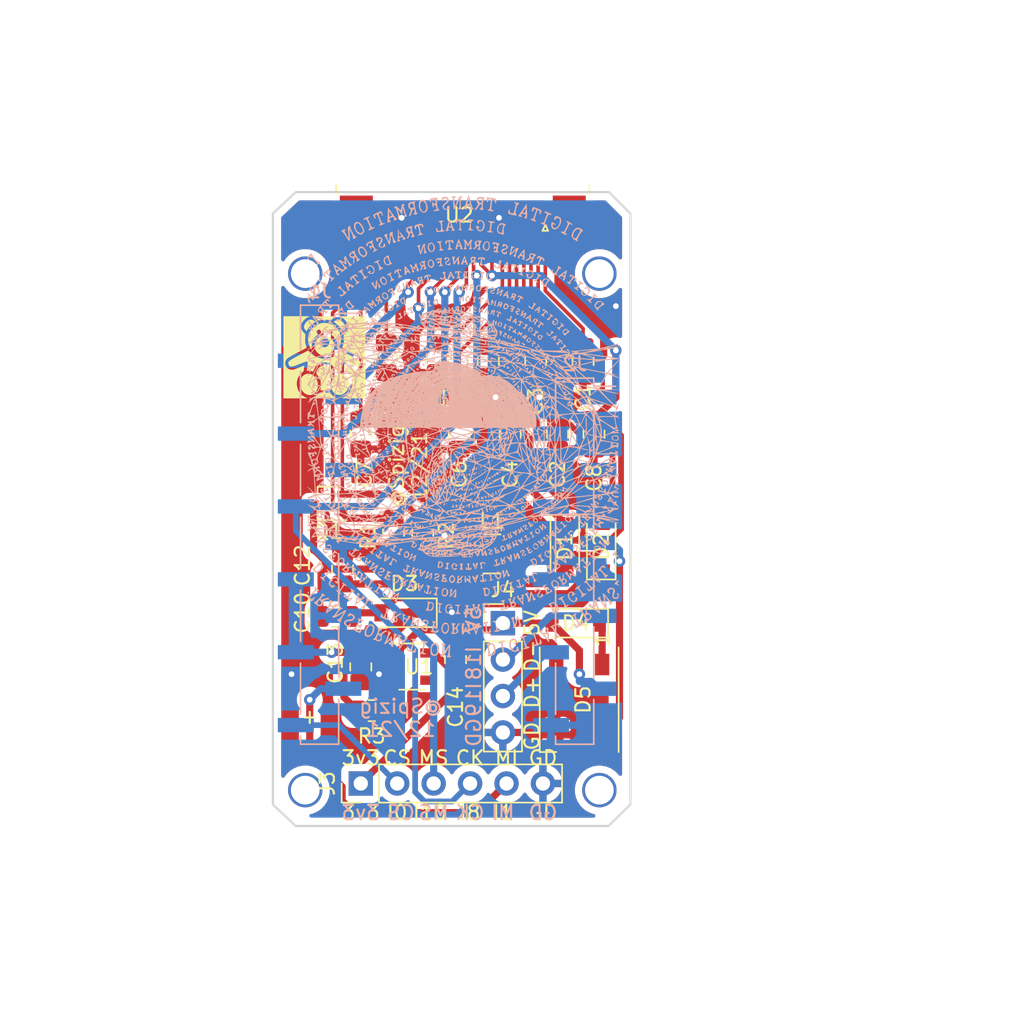
<source format=kicad_pcb>
(kicad_pcb (version 20171130) (host pcbnew "(5.1.10)-1")
  (layers (0 F.Cu signal) (31 B.Cu signal) (34 B.Paste user) (35 F.Paste user) (36 B.SilkS user) (37 F.SilkS user) (38 B.Mask user) (39 F.Mask user) (44 Edge.Cuts user))
  (net 0 "")
  (net 1 +5V)
  (net 2 GND)
  (net 3 "Net-(C7-Pad2)")
  (net 4 +3.3VP)
  (net 5 "Net-(C1-Pad2)")
  (net 6 "Net-(C2-Pad2)")
  (net 7 "Net-(C3-Pad2)")
  (net 8 "Net-(C4-Pad2)")
  (net 9 "Net-(C6-Pad2)")
  (net 10 "Net-(C9-Pad2)")
  (net 11 "Net-(C10-Pad2)")
  (net 12 "Net-(C11-Pad2)")
  (net 13 "Net-(Q1-Pad2)")
  (net 14 "Net-(Q1-Pad1)")
  (net 15 "Net-(C5-Pad2)")
  (net 16 "Net-(C10-Pad1)")
  (net 17 /EPD_MOSI)
  (net 18 /EPD_RST)
  (net 19 /EPD_DC)
  (net 20 /EPD_CS)
  (net 21 /EPD_CLK)
  (net 22 /EPD_BUSY)
  (net 23 /G0)
  (net 24 /G1)
  (net 25 +3.3VA)
  (net 26 /D+)
  (net 27 /D-)
  (net 28 /G9)
  (net 29 "Net-(R3-Pad2)")
  (net 30 "Net-(D4-Pad1)")
  (module Digital:Trans (layer B.Cu) (at 126.492 57.404 270)
    (fp_text reference G*** hide)
    (fp_text value LOGO hide)
  )
  (module Symbol:baerklein (layer F.Cu) (at 116.84 52.578)
    (fp_text reference G*** hide)
    (fp_text value LOGO hide)
  )
  (module LED_SMD:LED_WS2812B_PLCC4_5.0x5.0mm_P3.2mm (layer F.Cu) (at 134.603999 76.454 270)
    (fp_text reference D5 (at 0 -0.270001 90) (layer F.SilkS))
    (fp_text value WS2812B)
    (fp_text user 1 (at -4.15 -1.6 90) (layer F.SilkS))
    (pad 1 smd rect (at -2.45 -1.6 270) (size 1.5 1) (layers F.Cu F.Paste F.Mask) (net 30 "Net-(D4-Pad1)"))
    (pad 2 smd rect (at -2.45 1.6 270) (size 1.5 1) (layers F.Cu F.Paste F.Mask))
    (pad 4 smd rect (at 2.45 -1.6 270) (size 1.5 1) (layers F.Cu F.Paste F.Mask) (net 28 /G9))
    (pad 3 smd rect (at 2.45 1.6 270) (size 1.5 1) (layers F.Cu F.Paste F.Mask) (net 2 GND))
  )
  (module Diode_SMD:D_SOD-123 (layer F.Cu) (at 134.366 71.12 180)
    (fp_text reference D4 (at 0 0) (layer F.SilkS))
    (fp_text value MBR0530)
    (pad 2 smd rect (at 1.65 0 180) (size 0.9 1.2) (layers F.Cu F.Paste F.Mask) (net 1 +5V))
    (pad 1 smd rect (at -1.65 0 180) (size 0.9 1.2) (layers F.Cu F.Paste F.Mask) (net 30 "Net-(D4-Pad1)"))
  )
  (module Connector_PinHeader_2.54mm:PinHeader_1x04_P2.54mm_Vertical (layer F.Cu) (at 129.286 71.12)
    (fp_text reference J4 (at 0 -2.33) (layer F.SilkS))
    (fp_text value Conn_01x04_Male)
    (pad 4 thru_hole oval (at 0 7.62) (size 1.7 1.7) (drill 1) (layers *.Cu *.Mask) (net 2 GND))
    (pad 3 thru_hole oval (at 0 5.08) (size 1.7 1.7) (drill 1) (layers *.Cu *.Mask) (net 26 /D+))
    (pad 2 thru_hole oval (at 0 2.54) (size 1.7 1.7) (drill 1) (layers *.Cu *.Mask) (net 27 /D-))
    (pad 1 thru_hole rect (at 0 0) (size 1.7 1.7) (drill 1) (layers *.Cu *.Mask) (net 1 +5V))
  )
  (module Package_TO_SOT_SMD:SOT-23-5 (layer F.Cu) (at 122.956 74.148)
    (fp_text reference U1 (at 0.488 0.02) (layer F.SilkS))
    (fp_text value RT9013)
    (pad 5 smd rect (at 1.1 -0.95) (size 1.06 0.65) (layers F.Cu F.Paste F.Mask) (net 25 +3.3VA))
    (pad 4 smd rect (at 1.1 0.95) (size 1.06 0.65) (layers F.Cu F.Paste F.Mask))
    (pad 3 smd rect (at -1.1 0.95) (size 1.06 0.65) (layers F.Cu F.Paste F.Mask) (net 29 "Net-(R3-Pad2)"))
    (pad 2 smd rect (at -1.1 0) (size 1.06 0.65) (layers F.Cu F.Paste F.Mask) (net 2 GND))
    (pad 1 smd rect (at -1.1 -0.95) (size 1.06 0.65) (layers F.Cu F.Paste F.Mask) (net 1 +5V))
  )
  (module Resistor_SMD:R_0805_2012Metric_Pad1.20x1.40mm_HandSolder (layer F.Cu) (at 120.142 77.216)
    (fp_text reference R3 (at 0 1.778) (layer F.SilkS))
    (fp_text value 10K)
    (pad 2 smd roundrect (at 1 0) (size 1.2 1.4) (layers F.Cu F.Paste F.Mask) (roundrect_rratio 0.208333) (net 29 "Net-(R3-Pad2)"))
    (pad 1 smd roundrect (at -1 0) (size 1.2 1.4) (layers F.Cu F.Paste F.Mask) (roundrect_rratio 0.208333) (net 1 +5V))
  )
  (module Capacitor_SMD:C_0805_2012Metric_Pad1.18x1.45mm_HandSolder (layer F.Cu) (at 125.984 73.66 90)
    (fp_text reference C14 (at -3.302 0 90) (layer F.SilkS))
    (fp_text value 100n)
    (pad 2 smd roundrect (at 1.0375 0 90) (size 1.175 1.45) (layers F.Cu F.Paste F.Mask) (roundrect_rratio 0.212766) (net 2 GND))
    (pad 1 smd roundrect (at -1.0375 0 90) (size 1.175 1.45) (layers F.Cu F.Paste F.Mask) (roundrect_rratio 0.212766) (net 25 +3.3VA))
  )
  (module Capacitor_SMD:C_0805_2012Metric_Pad1.18x1.45mm_HandSolder (layer F.Cu) (at 119.38 74.168 270)
    (fp_text reference C13 (at -0.254 1.778 90) (layer F.SilkS))
    (fp_text value 4.7uF50V)
    (pad 2 smd roundrect (at 1.0375 0 270) (size 1.175 1.45) (layers F.Cu F.Paste F.Mask) (roundrect_rratio 0.212766) (net 2 GND))
    (pad 1 smd roundrect (at -1.0375 0 270) (size 1.175 1.45) (layers F.Cu F.Paste F.Mask) (roundrect_rratio 0.212766) (net 1 +5V))
  )
  (module Connector_PinHeader_2.54mm:PinHeader_1x06_P2.54mm_Vertical (layer F.Cu) (at 119.38 82.296 90)
    (fp_text reference J3 (at 0 -2.33 270) (layer F.SilkS))
    (fp_text value Conn_01x06_Male)
    (pad 6 thru_hole oval (at 0 12.7 90) (size 1.7 1.7) (drill 1) (layers *.Cu *.Mask) (net 2 GND))
    (pad 5 thru_hole oval (at 0 10.16 90) (size 1.7 1.7) (drill 1) (layers *.Cu *.Mask) (net 24 /G1))
    (pad 4 thru_hole oval (at 0 7.62 90) (size 1.7 1.7) (drill 1) (layers *.Cu *.Mask) (net 21 /EPD_CLK))
    (pad 3 thru_hole oval (at 0 5.08 90) (size 1.7 1.7) (drill 1) (layers *.Cu *.Mask) (net 17 /EPD_MOSI))
    (pad 2 thru_hole oval (at 0 2.54 90) (size 1.7 1.7) (drill 1) (layers *.Cu *.Mask) (net 23 /G0))
    (pad 1 thru_hole rect (at 0 0 90) (size 1.7 1.7) (drill 1) (layers *.Cu *.Mask) (net 25 +3.3VA))
  )
  (module Connector_PinHeader_2.54mm:PinHeader_1x10_P2.54mm_Vertical_SMD_Pin1Left (layer B.Cu) (at 134.29 66.802 180)
    (fp_text reference J2 (at 0 13.76) (layer B.SilkS) (effects (justify mirror)))
    (fp_text value Conn_01x10_Male)
    (pad 10 smd rect (at 1.655 -11.43 180) (size 2.51 1) (layers B.Cu B.Paste B.Mask) (net 2 GND))
    (pad 8 smd rect (at 1.655 -6.35 180) (size 2.51 1) (layers B.Cu B.Paste B.Mask) (net 26 /D+))
    (pad 6 smd rect (at 1.655 -1.27 180) (size 2.51 1) (layers B.Cu B.Paste B.Mask) (net 2 GND))
    (pad 4 smd rect (at 1.655 3.81 180) (size 2.51 1) (layers B.Cu B.Paste B.Mask))
    (pad 2 smd rect (at 1.655 8.89 180) (size 2.51 1) (layers B.Cu B.Paste B.Mask))
    (pad 9 smd rect (at -1.655 -8.89 180) (size 2.51 1) (layers B.Cu B.Paste B.Mask) (net 1 +5V))
    (pad 7 smd rect (at -1.655 -3.81 180) (size 2.51 1) (layers B.Cu B.Paste B.Mask) (net 27 /D-))
    (pad 5 smd rect (at -1.655 1.27 180) (size 2.51 1) (layers B.Cu B.Paste B.Mask) (net 28 /G9))
    (pad 3 smd rect (at -1.655 6.35 180) (size 2.51 1) (layers B.Cu B.Paste B.Mask))
    (pad 1 smd rect (at -1.655 11.43 180) (size 2.51 1) (layers B.Cu B.Paste B.Mask) (net 4 +3.3VP))
  )
  (module Connector_PinHeader_2.54mm:PinHeader_1x12_P2.54mm_Vertical_SMD_Pin1Left (layer B.Cu) (at 116.51 64.258 180)
    (fp_text reference J1 (at 0 16.3) (layer B.SilkS) (effects (justify mirror)))
    (fp_text value Conn_01x12_Male)
    (pad 12 smd rect (at 1.655 -13.97 180) (size 2.51 1) (layers B.Cu B.Paste B.Mask) (net 23 /G0))
    (pad 10 smd rect (at 1.655 -8.89 180) (size 2.51 1) (layers B.Cu B.Paste B.Mask) (net 1 +5V))
    (pad 8 smd rect (at 1.655 -3.81 180) (size 2.51 1) (layers B.Cu B.Paste B.Mask) (net 1 +5V))
    (pad 6 smd rect (at 1.655 1.27 180) (size 2.51 1) (layers B.Cu B.Paste B.Mask) (net 21 /EPD_CLK))
    (pad 4 smd rect (at 1.655 6.35 180) (size 2.51 1) (layers B.Cu B.Paste B.Mask) (net 19 /EPD_DC))
    (pad 2 smd rect (at 1.655 11.43 180) (size 2.51 1) (layers B.Cu B.Paste B.Mask) (net 22 /EPD_BUSY))
    (pad 11 smd rect (at -1.655 -11.43 180) (size 2.51 1) (layers B.Cu B.Paste B.Mask) (net 24 /G1))
    (pad 9 smd rect (at -1.655 -6.35 180) (size 2.51 1) (layers B.Cu B.Paste B.Mask) (net 2 GND))
    (pad 7 smd rect (at -1.655 -1.27 180) (size 2.51 1) (layers B.Cu B.Paste B.Mask) (net 17 /EPD_MOSI))
    (pad 5 smd rect (at -1.655 3.81 180) (size 2.51 1) (layers B.Cu B.Paste B.Mask) (net 20 /EPD_CS))
    (pad 3 smd rect (at -1.655 8.89 180) (size 2.51 1) (layers B.Cu B.Paste B.Mask) (net 18 /EPD_RST))
    (pad 1 smd rect (at -1.655 13.97 180) (size 2.51 1) (layers B.Cu B.Paste B.Mask) (net 2 GND))
  )
  (module Connector_FFC-FPC:TE_2-1734839-4_1x24-1MP_P0.5mm_Horizontal (layer F.Cu) (at 126.492 43.22 180)
    (fp_text reference U2 (at 0.254 0.548) (layer F.SilkS))
    (fp_text value FPCConn)
    (pad MP smd rect (at 7.42 0.35 180) (size 2.3 3.1) (layers F.Cu F.Paste F.Mask) (net 2 GND))
    (pad MP smd rect (at -7.42 0.35 180) (size 2.3 3.1) (layers F.Cu F.Paste F.Mask) (net 2 GND))
    (pad 24 smd rect (at 5.75 -1.35 180) (size 0.3 1.1) (layers F.Cu F.Paste F.Mask))
    (pad 23 smd rect (at 5.25 -1.35 180) (size 0.3 1.1) (layers F.Cu F.Paste F.Mask) (net 14 "Net-(Q1-Pad1)"))
    (pad 22 smd rect (at 4.75 -1.35 180) (size 0.3 1.1) (layers F.Cu F.Paste F.Mask) (net 13 "Net-(Q1-Pad2)"))
    (pad 21 smd rect (at 4.25 -1.35 180) (size 0.3 1.1) (layers F.Cu F.Paste F.Mask) (net 3 "Net-(C7-Pad2)"))
    (pad 20 smd rect (at 3.75 -1.35 180) (size 0.3 1.1) (layers F.Cu F.Paste F.Mask) (net 10 "Net-(C9-Pad2)"))
    (pad 19 smd rect (at 3.25 -1.35 180) (size 0.3 1.1) (layers F.Cu F.Paste F.Mask))
    (pad 18 smd rect (at 2.75 -1.35 180) (size 0.3 1.1) (layers F.Cu F.Paste F.Mask))
    (pad 17 smd rect (at 2.25 -1.35 180) (size 0.3 1.1) (layers F.Cu F.Paste F.Mask) (net 2 GND))
    (pad 16 smd rect (at 1.75 -1.35 180) (size 0.3 1.1) (layers F.Cu F.Paste F.Mask) (net 22 /EPD_BUSY))
    (pad 15 smd rect (at 1.25 -1.35 180) (size 0.3 1.1) (layers F.Cu F.Paste F.Mask) (net 18 /EPD_RST))
    (pad 14 smd rect (at 0.75 -1.35 180) (size 0.3 1.1) (layers F.Cu F.Paste F.Mask) (net 19 /EPD_DC))
    (pad 13 smd rect (at 0.25 -1.35 180) (size 0.3 1.1) (layers F.Cu F.Paste F.Mask) (net 20 /EPD_CS))
    (pad 12 smd rect (at -0.25 -1.35 180) (size 0.3 1.1) (layers F.Cu F.Paste F.Mask) (net 21 /EPD_CLK))
    (pad 11 smd rect (at -0.75 -1.35 180) (size 0.3 1.1) (layers F.Cu F.Paste F.Mask) (net 17 /EPD_MOSI))
    (pad 10 smd rect (at -1.25 -1.35 180) (size 0.3 1.1) (layers F.Cu F.Paste F.Mask) (net 4 +3.3VP))
    (pad 9 smd rect (at -1.75 -1.35 180) (size 0.3 1.1) (layers F.Cu F.Paste F.Mask) (net 4 +3.3VP))
    (pad 8 smd rect (at -2.25 -1.35 180) (size 0.3 1.1) (layers F.Cu F.Paste F.Mask) (net 2 GND))
    (pad 7 smd rect (at -2.75 -1.35 180) (size 0.3 1.1) (layers F.Cu F.Paste F.Mask) (net 12 "Net-(C11-Pad2)"))
    (pad 6 smd rect (at -3.25 -1.35 180) (size 0.3 1.1) (layers F.Cu F.Paste F.Mask) (net 9 "Net-(C6-Pad2)"))
    (pad 5 smd rect (at -3.75 -1.35 180) (size 0.3 1.1) (layers F.Cu F.Paste F.Mask) (net 15 "Net-(C5-Pad2)"))
    (pad 4 smd rect (at -4.25 -1.35 180) (size 0.3 1.1) (layers F.Cu F.Paste F.Mask) (net 8 "Net-(C4-Pad2)"))
    (pad 3 smd rect (at -4.75 -1.35 180) (size 0.3 1.1) (layers F.Cu F.Paste F.Mask) (net 7 "Net-(C3-Pad2)"))
    (pad 2 smd rect (at -5.25 -1.35 180) (size 0.3 1.1) (layers F.Cu F.Paste F.Mask) (net 6 "Net-(C2-Pad2)"))
    (pad 1 smd rect (at -5.75 -1.35 180) (size 0.3 1.1) (layers F.Cu F.Paste F.Mask) (net 5 "Net-(C1-Pad2)"))
  )
  (module Inductor_SMD:L_1210_3225Metric (layer F.Cu) (at 128.524 66.294)
    (fp_text reference L1 (at 0 -2.28) (layer F.SilkS))
    (fp_text value 68uH1A)
    (pad 2 smd roundrect (at 1.4 0) (size 1.25 2.65) (layers F.Cu F.Paste F.Mask) (roundrect_rratio 0.2) (net 4 +3.3VP))
    (pad 1 smd roundrect (at -1.4 0) (size 1.25 2.65) (layers F.Cu F.Paste F.Mask) (roundrect_rratio 0.2) (net 16 "Net-(C10-Pad1)"))
  )
  (module Package_TO_SOT_SMD:SOT-323_SC-70 (layer F.Cu) (at 117.094 62.778 180)
    (fp_text reference Q1 (at -0.05 -1.95) (layer F.SilkS))
    (fp_text value Si1308)
    (pad 3 smd rect (at 1 0 90) (size 0.45 0.7) (layers F.Cu F.Paste F.Mask) (net 16 "Net-(C10-Pad1)"))
    (pad 2 smd rect (at -1 0.65 90) (size 0.45 0.7) (layers F.Cu F.Paste F.Mask) (net 13 "Net-(Q1-Pad2)"))
    (pad 1 smd rect (at -1 -0.65 90) (size 0.45 0.7) (layers F.Cu F.Paste F.Mask) (net 14 "Net-(Q1-Pad1)"))
  )
  (module Resistor_SMD:R_0805_2012Metric_Pad1.20x1.40mm_HandSolder (layer F.Cu) (at 123.698 64.81 270)
    (fp_text reference R2 (at 0.214 -1.65 90) (layer F.SilkS))
    (fp_text value 0.47R)
    (pad 2 smd roundrect (at 1 0 270) (size 1.2 1.4) (layers F.Cu F.Paste F.Mask) (roundrect_rratio 0.2083325) (net 2 GND))
    (pad 1 smd roundrect (at -1 0 270) (size 1.2 1.4) (layers F.Cu F.Paste F.Mask) (roundrect_rratio 0.2083325) (net 13 "Net-(Q1-Pad2)"))
  )
  (module Resistor_SMD:R_0805_2012Metric_Pad1.20x1.40mm_HandSolder (layer F.Cu) (at 121.666 64.81 270)
    (fp_text reference R1 (at 0.214 1.778 90) (layer F.SilkS))
    (fp_text value 10K)
    (pad 2 smd roundrect (at 1 0 270) (size 1.2 1.4) (layers F.Cu F.Paste F.Mask) (roundrect_rratio 0.2083325) (net 2 GND))
    (pad 1 smd roundrect (at -1 0 270) (size 1.2 1.4) (layers F.Cu F.Paste F.Mask) (roundrect_rratio 0.2083325) (net 14 "Net-(Q1-Pad1)"))
  )
  (module Diode_SMD:D_SOD-123 (layer F.Cu) (at 133.604 65.826 270)
    (fp_text reference D1 (at -0.04 0 90) (layer F.SilkS))
    (fp_text value MBR0530)
    (pad 2 smd rect (at 1.65 0 270) (size 0.9 1.2) (layers F.Cu F.Paste F.Mask) (net 16 "Net-(C10-Pad1)"))
    (pad 1 smd rect (at -1.65 0 270) (size 0.9 1.2) (layers F.Cu F.Paste F.Mask) (net 8 "Net-(C4-Pad2)"))
  )
  (module Diode_SMD:D_SOD-123 (layer F.Cu) (at 136.144 65.826 90)
    (fp_text reference D2 (at 0.04 0 90) (layer F.SilkS))
    (fp_text value MBR0530)
    (pad 2 smd rect (at 1.65 0 90) (size 0.9 1.2) (layers F.Cu F.Paste F.Mask) (net 6 "Net-(C2-Pad2)"))
    (pad 1 smd rect (at -1.65 0 90) (size 0.9 1.2) (layers F.Cu F.Paste F.Mask) (net 11 "Net-(C10-Pad2)"))
  )
  (module Diode_SMD:D_SOD-123 (layer F.Cu) (at 122.428 70.398 180)
    (fp_text reference D3 (at 0 2.032) (layer F.SilkS))
    (fp_text value MBR0530)
    (pad 2 smd rect (at 1.65 0 180) (size 0.9 1.2) (layers F.Cu F.Paste F.Mask) (net 11 "Net-(C10-Pad2)"))
    (pad 1 smd rect (at -1.65 0 180) (size 0.9 1.2) (layers F.Cu F.Paste F.Mask) (net 2 GND))
  )
  (module Capacitor_SMD:C_0805_2012Metric_Pad1.18x1.45mm_HandSolder (layer F.Cu) (at 118.11 67.35 270)
    (fp_text reference C12 (at -0.254 2.794 90) (layer F.SilkS))
    (fp_text value 4.7uF50V)
    (pad 2 smd roundrect (at 1.0375 0 270) (size 1.175 1.45) (layers F.Cu F.Paste F.Mask) (roundrect_rratio 0.2127659574468085) (net 4 +3.3VP))
    (pad 1 smd roundrect (at -1.0375 0 270) (size 1.175 1.45) (layers F.Cu F.Paste F.Mask) (roundrect_rratio 0.2127659574468085) (net 2 GND))
  )
  (module Capacitor_SMD:C_0805_2012Metric_Pad1.18x1.45mm_HandSolder (layer F.Cu) (at 121.158 52.618 90)
    (fp_text reference C9 (at -3.048 0 90) (layer F.SilkS))
    (fp_text value 105)
    (pad 2 smd roundrect (at 1.0375 0 90) (size 1.175 1.45) (layers F.Cu F.Paste F.Mask) (roundrect_rratio 0.2127659574468085) (net 10 "Net-(C9-Pad2)"))
    (pad 1 smd roundrect (at -1.0375 0 90) (size 1.175 1.45) (layers F.Cu F.Paste F.Mask) (roundrect_rratio 0.2127659574468085) (net 2 GND))
  )
  (module Capacitor_SMD:C_0805_2012Metric_Pad1.18x1.45mm_HandSolder (layer F.Cu) (at 126.238 57.952 90)
    (fp_text reference C6 (at -2.794 0 90) (layer F.SilkS))
    (fp_text value 105)
    (pad 2 smd roundrect (at 1.0375 0 90) (size 1.175 1.45) (layers F.Cu F.Paste F.Mask) (roundrect_rratio 0.2127659574468085) (net 9 "Net-(C6-Pad2)"))
    (pad 1 smd roundrect (at -1.0375 0 90) (size 1.175 1.45) (layers F.Cu F.Paste F.Mask) (roundrect_rratio 0.2127659574468085) (net 2 GND))
  )
  (module Capacitor_SMD:C_0805_2012Metric_Pad1.18x1.45mm_HandSolder (layer F.Cu) (at 129.794 57.952 90)
    (fp_text reference C4 (at -2.794 0 90) (layer F.SilkS))
    (fp_text value 105)
    (pad 2 smd roundrect (at 1.0375 0 90) (size 1.175 1.45) (layers F.Cu F.Paste F.Mask) (roundrect_rratio 0.2127659574468085) (net 8 "Net-(C4-Pad2)"))
    (pad 1 smd roundrect (at -1.0375 0 90) (size 1.175 1.45) (layers F.Cu F.Paste F.Mask) (roundrect_rratio 0.2127659574468085) (net 2 GND))
  )
  (module Capacitor_SMD:C_0805_2012Metric_Pad1.18x1.45mm_HandSolder (layer F.Cu) (at 133.096 57.952 90)
    (fp_text reference C2 (at -2.794 0 90) (layer F.SilkS))
    (fp_text value 105)
    (pad 2 smd roundrect (at 1.0375 0 90) (size 1.175 1.45) (layers F.Cu F.Paste F.Mask) (roundrect_rratio 0.2127659574468085) (net 6 "Net-(C2-Pad2)"))
    (pad 1 smd roundrect (at -1.0375 0 90) (size 1.175 1.45) (layers F.Cu F.Paste F.Mask) (roundrect_rratio 0.2127659574468085) (net 2 GND))
  )
  (module Capacitor_SMD:C_0805_2012Metric_Pad1.18x1.45mm_HandSolder (layer F.Cu) (at 117.602 70.652)
    (fp_text reference C10 (at -2.286 -0.254 -90) (layer F.SilkS))
    (fp_text value 4.7uF50V)
    (pad 2 smd roundrect (at 1.0375 0) (size 1.175 1.45) (layers F.Cu F.Paste F.Mask) (roundrect_rratio 0.2127659574468085) (net 11 "Net-(C10-Pad2)"))
    (pad 1 smd roundrect (at -1.0375 0) (size 1.175 1.45) (layers F.Cu F.Paste F.Mask) (roundrect_rratio 0.2127659574468085) (net 16 "Net-(C10-Pad1)"))
  )
  (module Capacitor_SMD:C_0805_2012Metric_Pad1.18x1.45mm_HandSolder (layer F.Cu) (at 119.38 57.952 90)
    (fp_text reference C7 (at -2.794 0.254 90) (layer F.SilkS))
    (fp_text value 105)
    (pad 2 smd roundrect (at 1.0375 0 90) (size 1.175 1.45) (layers F.Cu F.Paste F.Mask) (roundrect_rratio 0.2127659574468085) (net 3 "Net-(C7-Pad2)"))
    (pad 1 smd roundrect (at -1.0375 0 90) (size 1.175 1.45) (layers F.Cu F.Paste F.Mask) (roundrect_rratio 0.2127659574468085) (net 2 GND))
  )
  (module Capacitor_SMD:C_0805_2012Metric_Pad1.18x1.45mm_HandSolder (layer F.Cu) (at 135.636 57.952 90)
    (fp_text reference C8 (at -3.048 0 90) (layer F.SilkS))
    (fp_text value 104)
    (pad 2 smd roundrect (at 1.0375 0 90) (size 1.175 1.45) (layers F.Cu F.Paste F.Mask) (roundrect_rratio 0.2127659574468085) (net 4 +3.3VP))
    (pad 1 smd roundrect (at -1.0375 0 90) (size 1.175 1.45) (layers F.Cu F.Paste F.Mask) (roundrect_rratio 0.2127659574468085) (net 2 GND))
  )
  (module Capacitor_SMD:C_0805_2012Metric_Pad1.18x1.45mm_HandSolder (layer F.Cu) (at 124.714 52.618 90)
    (fp_text reference C11 (at -3.302 0 90) (layer F.SilkS))
    (fp_text value 105)
    (pad 2 smd roundrect (at 1.0375 0 90) (size 1.175 1.45) (layers F.Cu F.Paste F.Mask) (roundrect_rratio 0.2127659574468085) (net 12 "Net-(C11-Pad2)"))
    (pad 1 smd roundrect (at -1.0375 0 90) (size 1.175 1.45) (layers F.Cu F.Paste F.Mask) (roundrect_rratio 0.2127659574468085) (net 2 GND))
  )
  (module Capacitor_SMD:C_0805_2012Metric_Pad1.18x1.45mm_HandSolder (layer F.Cu) (at 128.27 52.872 90)
    (fp_text reference C5 (at -3.048 0 90) (layer F.SilkS))
    (fp_text value 105)
    (pad 2 smd roundrect (at 1.0375 0 90) (size 1.175 1.45) (layers F.Cu F.Paste F.Mask) (roundrect_rratio 0.2127659574468085) (net 15 "Net-(C5-Pad2)"))
    (pad 1 smd roundrect (at -1.0375 0 90) (size 1.175 1.45) (layers F.Cu F.Paste F.Mask) (roundrect_rratio 0.2127659574468085) (net 2 GND))
  )
  (module Capacitor_SMD:C_0805_2012Metric_Pad1.18x1.45mm_HandSolder (layer F.Cu) (at 131.572 52.872 90)
    (fp_text reference C3 (at -2.794 0 90) (layer F.SilkS))
    (fp_text value 105)
    (pad 2 smd roundrect (at 1.0375 0 90) (size 1.175 1.45) (layers F.Cu F.Paste F.Mask) (roundrect_rratio 0.2127659574468085) (net 7 "Net-(C3-Pad2)"))
    (pad 1 smd roundrect (at -1.0375 0 90) (size 1.175 1.45) (layers F.Cu F.Paste F.Mask) (roundrect_rratio 0.2127659574468085) (net 2 GND))
  )
  (module Capacitor_SMD:C_0805_2012Metric_Pad1.18x1.45mm_HandSolder (layer F.Cu) (at 134.874 52.872 90)
    (fp_text reference C1 (at -2.5 0 90) (layer F.SilkS))
    (fp_text value 105)
    (pad 2 smd roundrect (at 1.0375 0 90) (size 1.175 1.45) (layers F.Cu F.Paste F.Mask) (roundrect_rratio 0.2127659574468085) (net 5 "Net-(C1-Pad2)"))
    (pad 1 smd roundrect (at -1.0375 0 90) (size 1.175 1.45) (layers F.Cu F.Paste F.Mask) (roundrect_rratio 0.2127659574468085) (net 2 GND))
  )
  (gr_text GD (at 132.08 80.518) (layer F.SilkS) (effects (font (size 1 1))))
  (gr_text MI (at 129.54 80.518) (layer F.SilkS) (effects (font (size 1 1))))
  (gr_text CK (at 127 80.518) (layer F.SilkS) (effects (font (size 1 1))))
  (gr_text MS (at 124.46 80.518) (layer F.SilkS) (effects (font (size 1 1))))
  (gr_text CS (at 121.92 80.518) (layer F.SilkS) (effects (font (size 1 1))))
  (gr_text 3v3 (at 119.38 80.518) (layer F.SilkS) (effects (font (size 1 1))))
  (gr_text GD (at 131.318 78.994 90) (layer F.SilkS) (effects (font (size 1 1))))
  (gr_text D+ (at 131.318 75.946 90) (layer F.SilkS) (effects (font (size 1 1))))
  (gr_text D- (at 131.318 73.406 90) (layer F.SilkS) (effects (font (size 1 1))))
  (gr_text 5V (at 131.318 71.12 90) (layer F.SilkS) (effects (font (size 1 1))))
  (gr_text 5V (at 127.254 70.866 90) (layer B.SilkS) (effects (font (size 1 1)) (justify mirror)))
  (gr_text I18 (at 127.254 73.914 90) (layer B.SilkS) (effects (font (size 1 1)) (justify mirror)))
  (gr_text I19 (at 127.254 76.454 90) (layer B.SilkS) (effects (font (size 1 1)) (justify mirror)))
  (gr_text GD (at 127.254 78.74 90) (layer B.SilkS) (effects (font (size 1 1)) (justify mirror)))
  (gr_text GD (at 132.08 84.328) (layer F.SilkS) (effects (font (size 1 1))))
  (gr_text I1 (at 129.286 84.328) (layer F.SilkS) (effects (font (size 1 1))))
  (gr_text I8 (at 127 84.328) (layer F.SilkS) (effects (font (size 1 1))))
  (gr_text I10 (at 124.206 84.328) (layer F.SilkS) (effects (font (size 1 1))))
  (gr_text I0 (at 121.92 84.328) (layer F.SilkS) (effects (font (size 1 1))))
  (gr_text 3v3 (at 119.38 84.328) (layer F.SilkS) (effects (font (size 1 1))))
  (gr_text GD (at 132.08 84.328) (layer B.SilkS) (effects (font (size 1 1)) (justify mirror)))
  (gr_text MI (at 129.286 84.328) (layer B.SilkS) (effects (font (size 1 1)) (justify mirror)))
  (gr_text CK (at 127 84.328) (layer B.SilkS) (effects (font (size 1 1)) (justify mirror)))
  (gr_text MS (at 124.46 84.328) (layer B.SilkS) (effects (font (size 1 1)) (justify mirror)))
  (gr_text CS (at 122.174 84.328) (layer B.SilkS) (effects (font (size 1 1)) (justify mirror)))
  (gr_line (start 136.652 85.258) (end 138.176 83.758) (layer Edge.Cuts) (width 0.15))
  (gr_line (start 113.254 83.758) (end 114.838 85.258) (layer Edge.Cuts) (width 0.15))
  (gr_text 3v3 (at 119.38 84.328) (layer B.SilkS) (effects (font (size 1 1)) (justify mirror)))
  (gr_text "@Spizig\n12/21" (at 122.174 77.724) (layer B.SilkS) (effects (font (size 1 1)) (justify mirror)))
  (gr_text "@Spizig\n12/21" (at 122.682 60.198 90) (layer F.SilkS) (effects (font (size 1 1))))
  (gr_line (start 136.676 41.072) (end 138.176 42.572) (layer Edge.Cuts) (width 0.15))
  (gr_line (start 113.254 42.572) (end 114.854 41.072) (layer Edge.Cuts) (width 0.15))
  (gr_text + (at 115.824 77.764 180) (layer F.SilkS) (effects (font (size 1 1))))
  (gr_line (start 138.176 83.758) (end 138.176 42.572) (layer Edge.Cuts) (width 0.15))
  (gr_line (start 114.838 85.258) (end 136.652 85.258) (layer Edge.Cuts) (width 0.15))
  (gr_line (start 114.854 41.072) (end 136.676 41.072) (layer Edge.Cuts) (width 0.15))
  (gr_line (start 113.254 83.758) (end 113.254 42.572) (layer Edge.Cuts) (width 0.15))
  (via (at 136.01 82.758) (size 2.4) (drill 2) (layers F.Cu B.Cu) (net 0))
  (via (at 115.51 82.758) (size 2.4) (drill 2) (layers F.Cu B.Cu) (net 0))
  (via (at 117.348 73.152) (size 0.8) (drill 0.4) (layers F.Cu B.Cu) (net 1))
  (segment (start 117.344 73.148) (end 117.348 73.152) (width 0.5) (layer B.Cu) (net 1))
  (segment (start 114.855 73.148) (end 117.344 73.148) (width 0.5) (layer B.Cu) (net 1))
  (segment (start 119.3585 73.152) (end 119.38 73.1305) (width 0.5) (layer F.Cu) (net 1))
  (segment (start 117.348 73.152) (end 119.3585 73.152) (width 0.5) (layer F.Cu) (net 1))
  (segment (start 121.7885 73.1305) (end 121.856 73.198) (width 0.5) (layer F.Cu) (net 1))
  (segment (start 119.38 73.1305) (end 121.7885 73.1305) (width 0.5) (layer F.Cu) (net 1))
  (segment (start 118.20499 76.27899) (end 119.142 77.216) (width 0.5) (layer F.Cu) (net 1))
  (segment (start 118.20499 74.30551) (end 118.20499 76.27899) (width 0.5) (layer F.Cu) (net 1))
  (segment (start 119.38 73.1305) (end 118.20499 74.30551) (width 0.5) (layer F.Cu) (net 1))
  (segment (start 114.855 68.068) (end 114.855 71.073) (width 1) (layer B.Cu) (net 1))
  (segment (start 128.82101 71.58499) (end 129.286 71.12) (width 0.5) (layer F.Cu) (net 1))
  (segment (start 123.46901 71.58499) (end 128.82101 71.58499) (width 0.5) (layer F.Cu) (net 1))
  (segment (start 121.856 73.198) (end 123.46901 71.58499) (width 0.5) (layer F.Cu) (net 1))
  (segment (start 132.716 71.12) (end 129.286 71.12) (width 0.5) (layer F.Cu) (net 1))
  (via (at 134.62 74.676) (size 0.8) (drill 0.4) (layers F.Cu B.Cu) (net 1))
  (segment (start 134.62 73.024) (end 134.62 74.676) (width 0.5) (layer F.Cu) (net 1))
  (segment (start 132.716 71.12) (end 134.62 73.024) (width 0.5) (layer F.Cu) (net 1))
  (segment (start 134.62 74.676) (end 134.62 75.184) (width 0.5) (layer B.Cu) (net 1))
  (segment (start 135.437 75.184) (end 135.945 75.692) (width 0.5) (layer B.Cu) (net 1))
  (segment (start 134.62 75.184) (end 135.437 75.184) (width 0.5) (layer B.Cu) (net 1))
  (segment (start 124.242 43.784998) (end 124.242 44.57) (width 0.25) (layer F.Cu) (net 2))
  (segment (start 123.327002 42.87) (end 124.242 43.784998) (width 0.25) (layer F.Cu) (net 2))
  (segment (start 119.072 42.87) (end 122.23 42.87) (width 0.25) (layer F.Cu) (net 2))
  (segment (start 128.742 44.57) (end 128.742 43.144) (width 0.25) (layer F.Cu) (net 2))
  (segment (start 129.016 42.87) (end 129.016 42.87) (width 0.25) (layer F.Cu) (net 2))
  (segment (start 128.742 43.144) (end 129.016 42.87) (width 0.25) (layer F.Cu) (net 2))
  (segment (start 122.19201 45.404992) (end 122.192009 45.998811) (width 0.25) (layer F.Cu) (net 3))
  (segment (start 122.242 45.355002) (end 122.19201 45.404992) (width 0.25) (layer F.Cu) (net 3))
  (segment (start 122.242 44.57) (end 122.242 45.355002) (width 0.25) (layer F.Cu) (net 3))
  (segment (start 122.192009 45.998811) (end 119.38 48.81082) (width 0.25) (layer F.Cu) (net 3))
  (segment (start 119.38 56.9145) (end 119.38 48.81082) (width 0.25) (layer F.Cu) (net 3))
  (segment (start 118.11 68.3875) (end 117.602 68.8955) (width 0.4) (layer F.Cu) (net 4))
  (segment (start 137.52301 58.03951) (end 136.398 56.9145) (width 0.4) (layer F.Cu) (net 4))
  (segment (start 137.52301 64.566992) (end 137.52301 58.03951) (width 0.4) (layer F.Cu) (net 4))
  (segment (start 135.756002 66.334) (end 137.52301 64.566992) (width 0.4) (layer F.Cu) (net 4))
  (segment (start 134.322002 66.334) (end 135.756002 66.334) (width 0.4) (layer F.Cu) (net 4))
  (segment (start 135.636 56.9145) (end 136.398 56.9145) (width 0.4) (layer F.Cu) (net 4))
  (via (at 128.524 46.89708) (size 0.8) (drill 0.4) (layers F.Cu B.Cu) (net 4))
  (segment (start 127.742 46.11508) (end 128.524 46.89708) (width 0.25) (layer F.Cu) (net 4))
  (segment (start 127.742 44.57) (end 127.742 46.11508) (width 0.25) (layer F.Cu) (net 4))
  (via (at 137.16 52.11) (size 0.8) (drill 0.4) (layers F.Cu B.Cu) (net 4))
  (segment (start 137.16 55.3905) (end 137.16 52.11) (width 0.5) (layer F.Cu) (net 4))
  (segment (start 135.636 56.9145) (end 137.16 55.3905) (width 0.5) (layer F.Cu) (net 4))
  (segment (start 131.94708 46.89708) (end 137.16 52.11) (width 0.5) (layer B.Cu) (net 4))
  (segment (start 128.524 46.89708) (end 131.94708 46.89708) (width 0.5) (layer B.Cu) (net 4))
  (segment (start 129.964 66.334) (end 129.924 66.294) (width 0.5) (layer F.Cu) (net 4))
  (segment (start 131.278 66.334) (end 129.964 66.334) (width 0.5) (layer F.Cu) (net 4))
  (segment (start 130.686 66.334) (end 131.278 66.334) (width 0.5) (layer F.Cu) (net 4))
  (segment (start 131.278 66.334) (end 134.322002 66.334) (width 0.5) (layer F.Cu) (net 4))
  (segment (start 135.945 55.372) (end 136.652 55.372) (width 0.5) (layer B.Cu) (net 4))
  (segment (start 136.652 55.372) (end 137.16 54.864) (width 0.5) (layer B.Cu) (net 4))
  (segment (start 137.16 54.864) (end 137.16 52.11) (width 0.5) (layer B.Cu) (net 4))
  (segment (start 134.654001 66.665999) (end 134.322002 66.334) (width 0.5) (layer F.Cu) (net 4))
  (segment (start 133.873992 69.06601) (end 134.654001 68.286001) (width 0.5) (layer F.Cu) (net 4))
  (segment (start 134.654001 68.286001) (end 134.654001 66.665999) (width 0.5) (layer F.Cu) (net 4))
  (segment (start 127.004047 69.06601) (end 133.873992 69.06601) (width 0.5) (layer F.Cu) (net 4))
  (segment (start 126.325537 68.3875) (end 127.004047 69.06601) (width 0.5) (layer F.Cu) (net 4))
  (segment (start 118.11 68.3875) (end 126.325537 68.3875) (width 0.5) (layer F.Cu) (net 4))
  (segment (start 132.242 44.57) (end 132.242 47.954) (width 0.25) (layer F.Cu) (net 5))
  (segment (start 134.874 50.586) (end 134.874 51.8345) (width 0.25) (layer F.Cu) (net 5))
  (segment (start 132.242 47.954) (end 134.874 50.586) (width 0.25) (layer F.Cu) (net 5))
  (segment (start 131.742 44.57) (end 131.742 48.978) (width 0.25) (layer F.Cu) (net 6))
  (segment (start 136.923 63.397) (end 136.144 64.176) (width 0.4) (layer F.Cu) (net 6))
  (segment (start 136.280266 57.90201) (end 136.923 58.544744) (width 0.4) (layer F.Cu) (net 6))
  (segment (start 134.59151 57.90201) (end 136.280266 57.90201) (width 0.4) (layer F.Cu) (net 6))
  (segment (start 136.923 58.544744) (end 136.923 63.397) (width 0.4) (layer F.Cu) (net 6))
  (segment (start 133.604 56.9145) (end 134.59151 57.90201) (width 0.4) (layer F.Cu) (net 6))
  (segment (start 132.842 56.6605) (end 133.096 56.9145) (width 0.25) (layer F.Cu) (net 6))
  (segment (start 132.842 50.078) (end 132.842 56.6605) (width 0.25) (layer F.Cu) (net 6))
  (segment (start 131.742 48.978) (end 132.842 50.078) (width 0.25) (layer F.Cu) (net 6))
  (segment (start 131.572 51.8345) (end 131.217001 51.479501) (width 0.25) (layer F.Cu) (net 7))
  (segment (start 131.242 51.5045) (end 131.572 51.8345) (width 0.25) (layer F.Cu) (net 7))
  (segment (start 131.242 44.57) (end 131.242 51.5045) (width 0.25) (layer F.Cu) (net 7))
  (segment (start 129.794 51.98681) (end 129.794 56.9145) (width 0.25) (layer F.Cu) (net 8))
  (segment (start 130.742 51.03881) (end 129.794 51.98681) (width 0.25) (layer F.Cu) (net 8))
  (segment (start 130.742 44.57) (end 130.742 51.03881) (width 0.25) (layer F.Cu) (net 8))
  (segment (start 133.604 64.176) (end 131.20175 61.77375) (width 0.5) (layer F.Cu) (net 8))
  (segment (start 131.20175 58.32225) (end 131.20175 61.77375) (width 0.5) (layer F.Cu) (net 8))
  (segment (start 131.20175 58.32225) (end 129.794 56.9145) (width 0.5) (layer F.Cu) (net 8))
  (segment (start 126.238 52.24081) (end 126.238 56.9145) (width 0.25) (layer F.Cu) (net 9))
  (segment (start 129.742 48.73681) (end 126.238 52.24081) (width 0.25) (layer F.Cu) (net 9))
  (segment (start 129.742 44.57) (end 129.742 48.73681) (width 0.25) (layer F.Cu) (net 9))
  (segment (start 122.742 44.57) (end 122.742 46.208) (width 0.25) (layer F.Cu) (net 10))
  (segment (start 121.158 47.792) (end 122.742 46.208) (width 0.25) (layer F.Cu) (net 10))
  (segment (start 121.158 51.5805) (end 121.158 47.792) (width 0.25) (layer F.Cu) (net 10))
  (segment (start 118.8935 70.398) (end 118.6395 70.652) (width 0.5) (layer F.Cu) (net 11))
  (segment (start 120.778 70.398) (end 118.8935 70.398) (width 0.5) (layer F.Cu) (net 11))
  (segment (start 136.144 68.426) (end 136.144 67.476) (width 0.5) (layer F.Cu) (net 11))
  (segment (start 134.80398 69.76602) (end 136.144 68.426) (width 0.5) (layer F.Cu) (net 11))
  (segment (start 126.714095 69.76602) (end 134.80398 69.76602) (width 0.5) (layer F.Cu) (net 11))
  (segment (start 126.296074 69.347999) (end 126.714095 69.76602) (width 0.5) (layer F.Cu) (net 11))
  (segment (start 121.828001 69.347999) (end 126.296074 69.347999) (width 0.5) (layer F.Cu) (net 11))
  (segment (start 120.778 70.398) (end 121.828001 69.347999) (width 0.5) (layer F.Cu) (net 11))
  (segment (start 125.439 51.5805) (end 124.714 51.5805) (width 0.25) (layer F.Cu) (net 12))
  (segment (start 129.249001 46.427999) (end 129.249001 47.770499) (width 0.25) (layer F.Cu) (net 12))
  (segment (start 129.242 46.420998) (end 129.249001 46.427999) (width 0.25) (layer F.Cu) (net 12))
  (segment (start 129.249001 47.770499) (end 125.439 51.5805) (width 0.25) (layer F.Cu) (net 12))
  (segment (start 129.242 44.57) (end 129.242 46.420998) (width 0.25) (layer F.Cu) (net 12))
  (segment (start 123.455966 63.81) (end 123.698 63.81) (width 0.5) (layer F.Cu) (net 13))
  (segment (start 121.773966 62.128) (end 123.455966 63.81) (width 0.5) (layer F.Cu) (net 13))
  (segment (start 118.094 62.128) (end 121.773966 62.128) (width 0.5) (layer F.Cu) (net 13))
  (segment (start 121.742 45.81241) (end 121.742 44.57) (width 0.25) (layer F.Cu) (net 13))
  (segment (start 118.094 49.46041) (end 121.742 45.81241) (width 0.25) (layer F.Cu) (net 13))
  (segment (start 118.094 62.128) (end 118.094 49.46041) (width 0.25) (layer F.Cu) (net 13))
  (segment (start 118.476 63.81) (end 118.094 63.428) (width 0.5) (layer F.Cu) (net 14))
  (segment (start 121.666 63.81) (end 118.476 63.81) (width 0.5) (layer F.Cu) (net 14))
  (segment (start 121.242 45.676) (end 121.242 44.57) (width 0.25) (layer F.Cu) (net 14))
  (segment (start 117.418999 62.752999) (end 117.418999 49.499001) (width 0.25) (layer F.Cu) (net 14))
  (segment (start 117.418999 49.499001) (end 121.242 45.676) (width 0.25) (layer F.Cu) (net 14))
  (segment (start 118.094 63.428) (end 117.418999 62.752999) (width 0.25) (layer F.Cu) (net 14))
  (segment (start 130.242 50.5875) (end 130.242 44.57) (width 0.25) (layer F.Cu) (net 15))
  (segment (start 128.995 51.8345) (end 130.242 50.5875) (width 0.25) (layer F.Cu) (net 15))
  (segment (start 128.27 51.8345) (end 128.995 51.8345) (width 0.25) (layer F.Cu) (net 15))
  (segment (start 116.094 62.778) (end 116.094 66.0425) (width 0.5) (layer F.Cu) (net 16))
  (segment (start 116.5645 67.647) (end 116.8615 67.35) (width 0.4) (layer F.Cu) (net 16))
  (segment (start 116.5645 70.652) (end 116.5645 67.647) (width 0.4) (layer F.Cu) (net 16))
  (segment (start 116.8615 66.81) (end 116.094 66.0425) (width 0.4) (layer F.Cu) (net 16))
  (segment (start 116.8615 67.35) (end 116.8615 66.81) (width 0.4) (layer F.Cu) (net 16))
  (segment (start 132.714 68.366) (end 133.604 67.476) (width 0.5) (layer F.Cu) (net 16))
  (segment (start 127.124 67.688) (end 127.802 68.366) (width 0.5) (layer F.Cu) (net 16))
  (segment (start 127.124 67.688) (end 127.124 66.294) (width 0.5) (layer F.Cu) (net 16))
  (segment (start 126.068 67.35) (end 127.124 66.294) (width 0.5) (layer F.Cu) (net 16))
  (segment (start 125.516 67.35) (end 126.068 67.35) (width 0.5) (layer F.Cu) (net 16))
  (segment (start 125.516 67.35) (end 126.278 67.35) (width 0.5) (layer F.Cu) (net 16))
  (segment (start 116.8615 67.35) (end 125.516 67.35) (width 0.5) (layer F.Cu) (net 16))
  (segment (start 126.616 67.688) (end 127.124 67.688) (width 0.5) (layer F.Cu) (net 16))
  (segment (start 126.278 67.35) (end 126.616 67.688) (width 0.5) (layer F.Cu) (net 16))
  (segment (start 127.976 68.112) (end 127.976 68.366) (width 0.25) (layer F.Cu) (net 16))
  (segment (start 128.016 68.072) (end 127.976 68.112) (width 0.25) (layer F.Cu) (net 16))
  (segment (start 127.124 67.18) (end 128.016 68.072) (width 0.25) (layer F.Cu) (net 16))
  (segment (start 127.124 66.294) (end 127.124 67.18) (width 0.25) (layer F.Cu) (net 16))
  (segment (start 127.976 68.366) (end 132.714 68.366) (width 0.5) (layer F.Cu) (net 16))
  (segment (start 127.802 68.366) (end 127.976 68.366) (width 0.5) (layer F.Cu) (net 16))
  (segment (start 127.242 44.57) (end 127.242 46.66947) (width 0.25) (layer F.Cu) (net 17))
  (segment (start 127.242 46.66947) (end 127.46961 46.89708) (width 0.25) (layer F.Cu) (net 17))
  (via (at 127.46961 46.89708) (size 0.8) (drill 0.4) (layers F.Cu B.Cu) (net 17))
  (segment (start 127.46961 57.97839) (end 127.46961 46.89708) (width 0.5) (layer B.Cu) (net 17))
  (segment (start 119.92 65.528) (end 127.46961 57.97839) (width 0.5) (layer B.Cu) (net 17))
  (segment (start 118.165 65.528) (end 119.92 65.528) (width 0.5) (layer B.Cu) (net 17))
  (segment (start 124.46 72.823) (end 124.46 82.296) (width 0.5) (layer B.Cu) (net 17))
  (segment (start 118.165 66.528) (end 124.46 72.823) (width 0.5) (layer B.Cu) (net 17))
  (segment (start 118.165 65.528) (end 118.165 66.528) (width 0.5) (layer B.Cu) (net 17))
  (segment (start 125.242 44.57) (end 125.242 45.968992) (width 0.25) (layer F.Cu) (net 18))
  (segment (start 125.242 45.968992) (end 123.407 47.803992) (width 0.25) (layer F.Cu) (net 18))
  (segment (start 123.407 47.803992) (end 123.407 49.163791) (width 0.25) (layer F.Cu) (net 18))
  (via (at 123.407 49.163791) (size 0.8) (drill 0.4) (layers F.Cu B.Cu) (net 18))
  (segment (start 123.407 50.126) (end 123.407 49.163791) (width 0.5) (layer B.Cu) (net 18))
  (segment (start 118.165 55.368) (end 123.407 50.126) (width 0.5) (layer B.Cu) (net 18))
  (segment (start 125.742 46.51) (end 124.237994 48.014006) (width 0.25) (layer F.Cu) (net 19))
  (segment (start 124.237994 48.014006) (end 124.237994 48.046) (width 0.25) (layer F.Cu) (net 19))
  (via (at 124.237994 48.046) (size 0.8) (drill 0.4) (layers F.Cu B.Cu) (net 19))
  (segment (start 125.742 44.57) (end 125.742 46.51) (width 0.25) (layer F.Cu) (net 19))
  (segment (start 118.190002 57.908) (end 115.07901 57.908) (width 0.5) (layer B.Cu) (net 19))
  (segment (start 124.257001 51.841001) (end 118.190002 57.908) (width 0.5) (layer B.Cu) (net 19))
  (segment (start 124.257001 48.75579) (end 124.257001 51.841001) (width 0.5) (layer B.Cu) (net 19))
  (segment (start 124.237994 48.736783) (end 124.257001 48.75579) (width 0.5) (layer B.Cu) (net 19))
  (segment (start 124.237994 48.046) (end 124.237994 48.736783) (width 0.5) (layer B.Cu) (net 19))
  (segment (start 126.242 44.57) (end 126.242 46.968998) (width 0.25) (layer F.Cu) (net 20))
  (segment (start 126.242 46.968998) (end 125.512999 47.697999) (width 0.25) (layer F.Cu) (net 20))
  (segment (start 125.512999 47.697999) (end 125.512999 47.770998) (width 0.25) (layer F.Cu) (net 20))
  (segment (start 125.512999 47.770998) (end 125.237997 48.046) (width 0.25) (layer F.Cu) (net 20))
  (via (at 125.237997 48.046) (size 0.8) (drill 0.4) (layers F.Cu B.Cu) (net 20))
  (segment (start 125.237997 55.130003) (end 125.237997 48.046) (width 0.5) (layer B.Cu) (net 20))
  (segment (start 119.92 60.448) (end 125.237997 55.130003) (width 0.5) (layer B.Cu) (net 20))
  (segment (start 118.165 60.448) (end 119.92 60.448) (width 0.5) (layer B.Cu) (net 20))
  (segment (start 126.742 44.57) (end 126.742 47.542) (width 0.25) (layer F.Cu) (net 21))
  (segment (start 126.742 47.542) (end 126.238 48.046) (width 0.25) (layer F.Cu) (net 21))
  (via (at 126.238 48.046) (size 0.8) (drill 0.4) (layers F.Cu B.Cu) (net 21))
  (segment (start 120.174002 62.988) (end 115.07901 62.988) (width 0.5) (layer B.Cu) (net 21))
  (segment (start 126.087998 57.074004) (end 120.174002 62.988) (width 0.5) (layer B.Cu) (net 21))
  (segment (start 126.198 48.046) (end 126.087998 48.156002) (width 0.5) (layer B.Cu) (net 21))
  (segment (start 126.087998 48.156002) (end 126.087998 57.074004) (width 0.5) (layer B.Cu) (net 21))
  (segment (start 126.238 48.046) (end 126.198 48.046) (width 0.5) (layer B.Cu) (net 21))
  (segment (start 114.855 64.693002) (end 114.855 62.988) (width 0.4) (layer B.Cu) (net 21))
  (segment (start 123.170001 73.008003) (end 114.855 64.693002) (width 0.4) (layer B.Cu) (net 21))
  (segment (start 123.170001 82.896001) (end 123.170001 73.008003) (width 0.4) (layer B.Cu) (net 21))
  (segment (start 123.820001 83.546001) (end 123.170001 82.896001) (width 0.4) (layer B.Cu) (net 21))
  (segment (start 125.749999 83.546001) (end 123.820001 83.546001) (width 0.4) (layer B.Cu) (net 21))
  (segment (start 127 82.296) (end 125.749999 83.546001) (width 0.4) (layer B.Cu) (net 21))
  (segment (start 122.682 48.046) (end 122.682 47.538) (width 0.25) (layer F.Cu) (net 22))
  (segment (start 122.682 47.538) (end 124.742 45.478) (width 0.25) (layer F.Cu) (net 22))
  (segment (start 124.742 45.478) (end 124.742 44.57) (width 0.25) (layer F.Cu) (net 22))
  (segment (start 122.682 47.815) (end 122.682 48.3) (width 0.25) (layer B.Cu) (net 22))
  (via (at 122.682 48.046) (size 0.8) (drill 0.4) (layers F.Cu B.Cu) (net 22))
  (segment (start 118.190002 52.828) (end 115.07901 52.828) (width 0.5) (layer B.Cu) (net 22))
  (segment (start 122.282001 48.736001) (end 118.190002 52.828) (width 0.5) (layer B.Cu) (net 22))
  (segment (start 122.282001 48.445999) (end 122.282001 48.736001) (width 0.5) (layer B.Cu) (net 22))
  (segment (start 122.682 48.046) (end 122.282001 48.445999) (width 0.5) (layer B.Cu) (net 22))
  (segment (start 117.852 78.228) (end 121.92 82.296) (width 0.4) (layer B.Cu) (net 23))
  (segment (start 114.855 78.228) (end 117.852 78.228) (width 0.4) (layer B.Cu) (net 23))
  (via (at 115.824 76.454) (size 0.8) (drill 0.4) (layers F.Cu B.Cu) (net 24))
  (segment (start 116.59 75.688) (end 115.824 76.454) (width 0.5) (layer B.Cu) (net 24))
  (segment (start 118.165 75.688) (end 116.59 75.688) (width 0.5) (layer B.Cu) (net 24))
  (segment (start 127.508 84.328) (end 129.54 82.296) (width 0.5) (layer F.Cu) (net 24))
  (via (at 115.51 46.758) (size 2.4) (drill 2) (layers F.Cu B.Cu) (net 0))
  (via (at 136.01 46.758) (size 2.4) (drill 2) (layers F.Cu B.Cu) (net 0))
  (segment (start 114.855 71.073) (end 114.855 73.148) (width 1) (layer B.Cu) (net 1))
  (via (at 120.65 74.676) (size 0.8) (drill 0.4) (layers F.Cu B.Cu) (net 2))
  (segment (start 121.178 74.148) (end 120.65 74.676) (width 0.5) (layer F.Cu) (net 2))
  (segment (start 121.856 74.148) (end 121.178 74.148) (width 0.5) (layer F.Cu) (net 2))
  (segment (start 120.1205 75.2055) (end 120.65 74.676) (width 0.5) (layer F.Cu) (net 2))
  (segment (start 119.38 75.2055) (end 120.1205 75.2055) (width 0.5) (layer F.Cu) (net 2))
  (via (at 125.73 70.358) (size 0.8) (drill 0.4) (layers F.Cu B.Cu) (net 2))
  (segment (start 129.016 42.87) (end 133.912 42.87) (width 0.25) (layer F.Cu) (net 2))
  (via (at 129.016 42.87) (size 0.8) (drill 0.4) (layers F.Cu B.Cu) (net 2))
  (segment (start 122.23 42.87) (end 123.327002 42.87) (width 0.25) (layer F.Cu) (net 2))
  (via (at 122.23 42.87) (size 0.8) (drill 0.4) (layers F.Cu B.Cu) (net 2))
  (via (at 128.778 55.372) (size 0.8) (drill 0.4) (layers F.Cu B.Cu) (net 2))
  (via (at 131.826 55.372) (size 0.8) (drill 0.4) (layers F.Cu B.Cu) (net 2))
  (via (at 125.222 65.024) (size 0.8) (drill 0.4) (layers F.Cu B.Cu) (net 2))
  (via (at 114.554 74.676) (size 0.8) (drill 0.4) (layers F.Cu B.Cu) (net 2))
  (segment (start 114.554 74.110315) (end 114.554 74.676) (width 0.7) (layer F.Cu) (net 2))
  (segment (start 116.737305 71.92701) (end 114.554 74.110315) (width 0.7) (layer F.Cu) (net 2))
  (segment (start 121.288992 71.92701) (end 116.737305 71.92701) (width 0.7) (layer F.Cu) (net 2))
  (segment (start 122.818002 70.398) (end 121.288992 71.92701) (width 0.7) (layer F.Cu) (net 2))
  (segment (start 124.078 70.398) (end 122.818002 70.398) (width 0.7) (layer F.Cu) (net 2))
  (via (at 137.16 49.022) (size 0.8) (drill 0.4) (layers F.Cu B.Cu) (net 2))
  (segment (start 136.309999 49.872001) (end 137.16 49.022) (width 0.5) (layer F.Cu) (net 2))
  (segment (start 136.309999 52.473501) (end 136.309999 49.872001) (width 0.5) (layer F.Cu) (net 2))
  (segment (start 134.874 53.9095) (end 136.309999 52.473501) (width 0.5) (layer F.Cu) (net 2))
  (segment (start 128.242 44.57) (end 128.242 45.692) (width 0.25) (layer F.Cu) (net 4))
  (segment (start 128.524 45.974) (end 128.524 46.89708) (width 0.25) (layer F.Cu) (net 4))
  (segment (start 128.242 45.692) (end 128.524 45.974) (width 0.25) (layer F.Cu) (net 4))
  (segment (start 115.824 76.454) (end 115.824 80.264) (width 0.5) (layer F.Cu) (net 24))
  (segment (start 118.901998 84.328) (end 121.158 84.328) (width 0.5) (layer F.Cu) (net 24))
  (segment (start 118.079999 83.506001) (end 118.901998 84.328) (width 0.5) (layer F.Cu) (net 24))
  (segment (start 118.079999 82.519999) (end 118.079999 83.506001) (width 0.5) (layer F.Cu) (net 24))
  (segment (start 115.824 80.264) (end 118.079999 82.519999) (width 0.5) (layer F.Cu) (net 24))
  (segment (start 121.158 84.328) (end 127.508 84.328) (width 0.5) (layer F.Cu) (net 24))
  (segment (start 124.4845 73.198) (end 125.984 74.6975) (width 0.5) (layer F.Cu) (net 25))
  (segment (start 124.056 73.198) (end 124.4845 73.198) (width 0.5) (layer F.Cu) (net 25))
  (segment (start 119.38 82.296) (end 122.682 78.994) (width 0.5) (layer F.Cu) (net 25))
  (segment (start 125.984 75.692) (end 122.682 78.994) (width 0.5) (layer F.Cu) (net 25))
  (segment (start 125.984 74.6975) (end 125.984 75.692) (width 0.5) (layer F.Cu) (net 25))
  (segment (start 132.334 73.152) (end 129.286 76.2) (width 0.5) (layer B.Cu) (net 26))
  (segment (start 132.635 73.152) (end 132.334 73.152) (width 0.5) (layer B.Cu) (net 26))
  (segment (start 129.561998 73.66) (end 129.286 73.66) (width 0.5) (layer B.Cu) (net 27))
  (segment (start 132.609998 70.612) (end 129.561998 73.66) (width 0.5) (layer B.Cu) (net 27))
  (segment (start 135.945 70.612) (end 132.609998 70.612) (width 0.5) (layer B.Cu) (net 27))
  (via (at 137.414 66.802) (size 0.8) (drill 0.4) (layers F.Cu B.Cu) (net 28))
  (segment (start 137.414 77.693999) (end 137.414 66.802) (width 0.5) (layer F.Cu) (net 28))
  (segment (start 136.203999 78.904) (end 137.414 77.693999) (width 0.5) (layer F.Cu) (net 28))
  (segment (start 135.945 65.532) (end 136.906 65.532) (width 0.5) (layer B.Cu) (net 28))
  (segment (start 137.414 66.04) (end 137.414 66.802) (width 0.5) (layer B.Cu) (net 28))
  (segment (start 136.906 65.532) (end 137.414 66.04) (width 0.5) (layer B.Cu) (net 28))
  (segment (start 121.856 76.502) (end 121.142 77.216) (width 0.5) (layer F.Cu) (net 29))
  (segment (start 121.856 75.098) (end 121.856 76.502) (width 0.5) (layer F.Cu) (net 29))
  (segment (start 136.203999 71.307999) (end 136.016 71.12) (width 0.5) (layer F.Cu) (net 30))
  (segment (start 136.203999 74.004) (end 136.203999 71.307999) (width 0.5) (layer F.Cu) (net 30))
  (zone (net 2) (net_name GND) (layer B.Cu) (connect_pads (clearance 0.508)) (min_thickness 0.254) (fill yes (arc_segments 32) (thermal_gap 0.508) (thermal_bridge_width 0.508))
    (polygon (pts (xy 153.416 98.044) (xy 104.14 98.298) (xy 99.568 32.512) (xy 157.988 30.734)))
  )
  (zone (net 2) (net_name GND) (layer F.Cu) (connect_pads (clearance 0.508)) (min_thickness 0.254) (fill yes (arc_segments 32) (thermal_gap 0.508) (thermal_bridge_width 0.508))
    (polygon (pts (xy 165.608 32.004) (xy 159.766 93.726) (xy 95.758 92.71) (xy 94.234 27.686)))
  )
)
</source>
